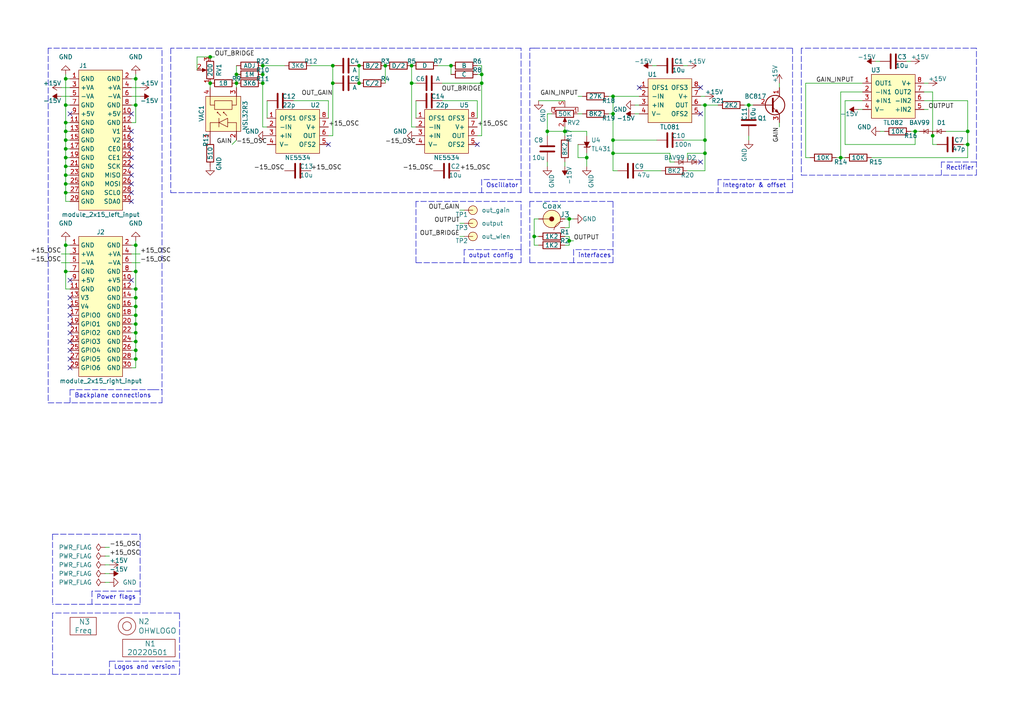
<source format=kicad_sch>
(kicad_sch (version 20211123) (generator eeschema)
  (paper "A4")
  (lib_symbols
    (symbol "Device:C" (pin_numbers hide) (pin_names (offset 0.254))
      (property "Reference" "C" (at 0.635 2.54 0))
      (property "Value" "C" (at 0.635 -2.54 0))
      (symbol "C_1_1"
        (pin passive line (at 0 3.81 270) (length 2.794) (name "~") (number "1"))
        (pin passive line (at 0 -3.81 90) (length 2.794) (name "~") (number "2"))
      )
    )
    (symbol "Device:Q_NPN_CBE" (pin_names (offset 0) hide)
      (property "Reference" "Q" (at 5.08 1.27 0))
      (property "Value" "Q_NPN_CBE" (at 5.08 -1.27 0))
      (symbol "Q_NPN_CBE_1_1"
        (pin passive line (at 2.54 5.08 270) (length 2.54) (name "C") (number "1"))
        (pin input line (at -5.08 0 0) (length 5.715) (name "B") (number "2"))
        (pin passive line (at 2.54 -5.08 90) (length 2.54) (name "E") (number "3"))
      )
    )
    (symbol "Device:R" (pin_numbers hide) (pin_names (offset 0))
      (property "Reference" "R" (at 2.032 0 90))
      (property "Value" "R" (at 0 0 90))
      (symbol "R_1_1"
        (pin passive line (at 0 3.81 270) (length 1.27) (name "~") (number "1"))
        (pin passive line (at 0 -3.81 90) (length 1.27) (name "~") (number "2"))
      )
    )
    (symbol "Device:R_Potentiometer" (pin_names (offset 1.016) hide)
      (property "Reference" "RV" (at -4.445 0 90))
      (property "Value" "R_Potentiometer" (at -2.54 0 90))
      (symbol "R_Potentiometer_1_1"
        (pin passive line (at 0 3.81 270) (length 1.27) (name "1") (number "1"))
        (pin passive line (at 3.81 0 180) (length 1.27) (name "2") (number "2"))
        (pin passive line (at 0 -3.81 90) (length 1.27) (name "3") (number "3"))
      )
    )
    (symbol "Reference_Voltage:TL431LP" (pin_numbers hide) (pin_names hide)
      (property "Reference" "U" (at -2.54 2.54 0))
      (property "Value" "TL431LP" (at 0 -2.54 0))
      (symbol "TL431LP_1_1"
        (pin passive line (at 0 2.54 270) (length 2.54) (name "REF") (number "1"))
        (pin passive line (at -2.54 0 0) (length 2.54) (name "A") (number "2"))
        (pin passive line (at 2.54 0 180) (length 2.54) (name "K") (number "3"))
      )
    )
    (symbol "SquantorConnectors:Coax_shielded" (pin_numbers hide) (pin_names (offset 1.016) hide)
      (property "Reference" "J" (at 0 3.81 0))
      (property "Value" "Coax_shielded" (at 0 -5.715 0))
      (symbol "Coax_shielded_1_1"
        (pin passive line (at -3.81 0 0) (length 1.27) (name "~") (number "1"))
        (pin passive line (at 3.81 0 180) (length 1.27) (name "~") (number "2"))
        (pin passive line (at 3.81 -2.54 180) (length 1.27) (name "~") (number "S"))
      )
    )
    (symbol "SquantorConnectorsNamed:module_2x15_left_input"
      (property "Reference" "J" (at 0 21.59 0))
      (property "Value" "module_2x15_left_input" (at 0 -21.59 0))
      (symbol "module_2x15_left_input_1_1"
        (pin power_in line (at -8.89 17.78 0) (length 2.54) (name "GND") (number "1"))
        (pin power_in line (at 8.89 7.62 180) (length 2.54) (name "+5V") (number "10"))
        (pin power_in line (at -8.89 5.08 0) (length 2.54) (name "GND") (number "11"))
        (pin power_in line (at 8.89 5.08 180) (length 2.54) (name "GND") (number "12"))
        (pin power_in line (at -8.89 2.54 0) (length 2.54) (name "GND") (number "13"))
        (pin power_in line (at 8.89 2.54 180) (length 2.54) (name "V1") (number "14"))
        (pin power_in line (at -8.89 0 0) (length 2.54) (name "GND") (number "15"))
        (pin power_in line (at 8.89 0 180) (length 2.54) (name "V2") (number "16"))
        (pin power_in line (at -8.89 -2.54 0) (length 2.54) (name "GND") (number "17"))
        (pin input line (at 8.89 -2.54 180) (length 2.54) (name "CE0") (number "18"))
        (pin power_in line (at -8.89 -5.08 0) (length 2.54) (name "GND") (number "19"))
        (pin power_in line (at 8.89 17.78 180) (length 2.54) (name "GND") (number "2"))
        (pin input line (at 8.89 -5.08 180) (length 2.54) (name "CE1") (number "20"))
        (pin power_in line (at -8.89 -7.62 0) (length 2.54) (name "GND") (number "21"))
        (pin input line (at 8.89 -7.62 180) (length 2.54) (name "SCK") (number "22"))
        (pin power_in line (at -8.89 -10.16 0) (length 2.54) (name "GND") (number "23"))
        (pin bidirectional line (at 8.89 -10.16 180) (length 2.54) (name "MISO") (number "24"))
        (pin power_in line (at -8.89 -12.7 0) (length 2.54) (name "GND") (number "25"))
        (pin input line (at 8.89 -12.7 180) (length 2.54) (name "MOSI") (number "26"))
        (pin power_in line (at -8.89 -15.24 0) (length 2.54) (name "GND") (number "27"))
        (pin bidirectional line (at 8.89 -15.24 180) (length 2.54) (name "SCL0") (number "28"))
        (pin power_in line (at -8.89 -17.78 0) (length 2.54) (name "GND") (number "29"))
        (pin power_in line (at -8.89 15.24 0) (length 2.54) (name "+VA") (number "3"))
        (pin bidirectional line (at 8.89 -17.78 180) (length 2.54) (name "SDA0") (number "30"))
        (pin power_in line (at 8.89 15.24 180) (length 2.54) (name "+VA") (number "4"))
        (pin power_in line (at -8.89 12.7 0) (length 2.54) (name "-VA") (number "5"))
        (pin power_in line (at 8.89 12.7 180) (length 2.54) (name "-VA") (number "6"))
        (pin power_in line (at -8.89 10.16 0) (length 2.54) (name "GND") (number "7"))
        (pin power_in line (at 8.89 10.16 180) (length 2.54) (name "GND") (number "8"))
        (pin power_in line (at -8.89 7.62 0) (length 2.54) (name "+5V") (number "9"))
      )
    )
    (symbol "SquantorConnectorsNamed:module_2x15_right_input"
      (property "Reference" "J" (at 0 19.05 0))
      (property "Value" "module_2x15_right_input" (at 0 -24.13 0))
      (symbol "module_2x15_right_input_1_1"
        (pin power_in line (at -8.89 15.24 0) (length 2.54) (name "GND") (number "1"))
        (pin power_in line (at 8.89 5.08 180) (length 2.54) (name "+V5") (number "10"))
        (pin power_in line (at -8.89 2.54 0) (length 2.54) (name "GND") (number "11"))
        (pin power_in line (at 8.89 2.54 180) (length 2.54) (name "GND") (number "12"))
        (pin power_in line (at -8.89 0 0) (length 2.54) (name "V3") (number "13"))
        (pin power_in line (at 8.89 0 180) (length 2.54) (name "GND") (number "14"))
        (pin power_in line (at -8.89 -2.54 0) (length 2.54) (name "V4") (number "15"))
        (pin power_in line (at 8.89 -2.54 180) (length 2.54) (name "GND") (number "16"))
        (pin bidirectional line (at -8.89 -5.08 0) (length 2.54) (name "GPIO0") (number "17"))
        (pin power_in line (at 8.89 -5.08 180) (length 2.54) (name "GND") (number "18"))
        (pin bidirectional line (at -8.89 -7.62 0) (length 2.54) (name "GPIO1") (number "19"))
        (pin power_in line (at 8.89 15.24 180) (length 2.54) (name "GND") (number "2"))
        (pin power_in line (at 8.89 -7.62 180) (length 2.54) (name "GND") (number "20"))
        (pin bidirectional line (at -8.89 -10.16 0) (length 2.54) (name "GPIO2") (number "21"))
        (pin power_in line (at 8.89 -10.16 180) (length 2.54) (name "GND") (number "22"))
        (pin bidirectional line (at -8.89 -12.7 0) (length 2.54) (name "GPIO3") (number "23"))
        (pin power_in line (at 8.89 -12.7 180) (length 2.54) (name "GND") (number "24"))
        (pin bidirectional line (at -8.89 -15.24 0) (length 2.54) (name "GPIO4") (number "25"))
        (pin power_in line (at 8.89 -15.24 180) (length 2.54) (name "GND") (number "26"))
        (pin bidirectional line (at -8.89 -17.78 0) (length 2.54) (name "GPIO5") (number "27"))
        (pin power_in line (at 8.89 -17.78 180) (length 2.54) (name "GND") (number "28"))
        (pin bidirectional line (at -8.89 -20.32 0) (length 2.54) (name "GPIO6") (number "29"))
        (pin power_in line (at -8.89 12.7 0) (length 2.54) (name "+VA") (number "3"))
        (pin power_in line (at 8.89 -20.32 180) (length 2.54) (name "GND") (number "30"))
        (pin power_in line (at 8.89 12.7 180) (length 2.54) (name "+VA") (number "4"))
        (pin power_in line (at -8.89 10.16 0) (length 2.54) (name "-VA") (number "5"))
        (pin power_in line (at 8.89 10.16 180) (length 2.54) (name "-VA") (number "6"))
        (pin power_in line (at -8.89 7.62 0) (length 2.54) (name "GND") (number "7"))
        (pin power_in line (at 8.89 7.62 180) (length 2.54) (name "GND") (number "8"))
        (pin power_in line (at -8.89 5.08 0) (length 2.54) (name "+5V") (number "9"))
      )
    )
    (symbol "SquantorDevice:D_series_ASK" (pin_numbers hide) (pin_names hide)
      (property "Reference" "D" (at 0 2.54 0))
      (property "Value" "D_series_ASK" (at 0 -3.175 0))
      (symbol "D_series_ASK_1_1"
        (pin passive line (at -3.81 0 0) (length 1.27) (name "A1") (number "1"))
        (pin passive line (at 3.81 0 180) (length 1.27) (name "K2") (number "2"))
        (pin passive line (at 0 -1.27 90) (length 1.27) (name "K1A2") (number "3"))
      )
    )
    (symbol "SquantorDevice:R_Potentiometer_shielded" (pin_names (offset 1.016) hide)
      (property "Reference" "RV" (at -4.445 0 90))
      (property "Value" "R_Potentiometer_shielded" (at 0 0 90))
      (symbol "R_Potentiometer_shielded_1_1"
        (pin passive line (at 0 3.81 270) (length 1.27) (name "1") (number "1"))
        (pin passive line (at 3.81 0 180) (length 1.27) (name "2") (number "2"))
        (pin passive line (at 0 -3.81 90) (length 1.27) (name "3") (number "3"))
        (pin passive line (at -3.81 0 0) (length 1.27) (name "shield") (number "S"))
      )
    )
    (symbol "SquantorDevice:Vactrol" (pin_names hide)
      (property "Reference" "VAC" (at 0 8.89 0))
      (property "Value" "Vactrol" (at 0 -8.89 0))
      (symbol "Vactrol_1_1"
        (pin passive line (at -7.62 3.81 0) (length 2.54) (name "C") (number "1"))
        (pin passive line (at -7.62 -3.81 0) (length 2.54) (name "A") (number "2"))
        (pin passive line (at 7.62 -3.81 180) (length 2.54) (name "R") (number "3"))
        (pin passive line (at 7.62 3.81 180) (length 2.54) (name "R") (number "4"))
      )
    )
    (symbol "SquantorGenericAnalog:opamp_dual_8pin" (pin_names (offset 1.016))
      (property "Reference" "U" (at 0 7.62 0))
      (property "Value" "opamp_dual_8pin" (at 0 -7.62 0))
      (symbol "opamp_dual_8pin_1_1"
        (pin output line (at -8.89 3.81 0) (length 2.54) (name "OUT1") (number "1"))
        (pin input line (at -8.89 1.27 0) (length 2.54) (name "-IN1") (number "2"))
        (pin input line (at -8.89 -1.27 0) (length 2.54) (name "+IN1") (number "3"))
        (pin power_in line (at -8.89 -3.81 0) (length 2.54) (name "V-") (number "4"))
        (pin input line (at 8.89 -3.81 180) (length 2.54) (name "+IN2") (number "5"))
        (pin input line (at 8.89 -1.27 180) (length 2.54) (name "-IN2") (number "6"))
        (pin output line (at 8.89 1.27 180) (length 2.54) (name "OUT2") (number "7"))
        (pin power_in line (at 8.89 3.81 180) (length 2.54) (name "V+") (number "8"))
      )
    )
    (symbol "SquantorGenericAnalog:opamp_single_8pin" (pin_names (offset 1.016))
      (property "Reference" "U" (at 0 7.62 0))
      (property "Value" "opamp_single_8pin" (at 0 -7.62 0))
      (symbol "opamp_single_8pin_1_1"
        (pin input line (at -8.89 3.81 0) (length 2.54) (name "OFS1") (number "1"))
        (pin input line (at -8.89 1.27 0) (length 2.54) (name "-IN") (number "2"))
        (pin input line (at -8.89 -1.27 0) (length 2.54) (name "+IN") (number "3"))
        (pin power_in line (at -8.89 -3.81 0) (length 2.54) (name "V-") (number "4"))
        (pin input line (at 8.89 -3.81 180) (length 2.54) (name "OFS2") (number "5"))
        (pin output line (at 8.89 -1.27 180) (length 2.54) (name "OUT") (number "6"))
        (pin power_in line (at 8.89 1.27 180) (length 2.54) (name "V+") (number "7"))
        (pin input line (at 8.89 3.81 180) (length 2.54) (name "OFS3") (number "8"))
      )
    )
    (symbol "SquantorLabels:Label" (pin_names (offset 1.016))
      (property "Reference" "N" (at 0 1.27 0))
      (property "Value" "Label" (at 0 -1.27 0))
    )
    (symbol "SquantorLabels:OHWLOGO" (pin_names (offset 1.016))
      (property "Reference" "N" (at 0 3.81 0))
      (property "Value" "OHWLOGO" (at 0 -3.81 0))
    )
    (symbol "SquantorLabels:VYYYYMMDD" (pin_names (offset 1.016))
      (property "Reference" "N" (at 0 2.54 0))
      (property "Value" "VYYYYMMDD" (at 0 0 0))
    )
    (symbol "SquantorProto:testpad" (pin_numbers hide) (pin_names (offset 1.016) hide)
      (property "Reference" "TP" (at 0 2.54 0))
      (property "Value" "testpad" (at 0 -2.54 0))
      (symbol "testpad_1_1"
        (pin passive line (at -2.54 0 0) (length 2.54) (name "1") (number "1"))
      )
    )
    (symbol "power:+15V" (power) (pin_names (offset 0))
      (property "Value" "+15V" (at 0 3.556 0))
      (symbol "+15V_1_1"
        (pin power_in line (at 0 0 90) (length 0) hide (name "+15V") (number "1"))
      )
    )
    (symbol "power:-15V" (power) (pin_names (offset 0))
      (property "Value" "-15V" (at 0 3.81 0))
      (symbol "-15V_0_0"
        (pin power_in line (at 0 0 90) (length 0) hide (name "-15V") (number "1"))
      )
    )
    (symbol "power:GND" (power) (pin_names (offset 0))
      (property "Value" "GND" (at 0 -3.81 0))
      (symbol "GND_1_1"
        (pin power_in line (at 0 0 270) (length 0) hide (name "GND") (number "1"))
      )
    )
    (symbol "power:PWR_FLAG" (power) (pin_numbers hide) (pin_names (offset 0) hide)
      (property "Value" "PWR_FLAG" (at 0 3.81 0))
      (symbol "PWR_FLAG_0_0"
        (pin power_out line (at 0 0 90) (length 0) (name "pwr") (number "1"))
      )
    )
  )
  (junction (at 96.52 19.05))
  (junction (at 19.05 71.12))
  (junction (at 19.05 38.1))
  (junction (at 280.67 41.91))
  (junction (at 39.37 101.6))
  (junction (at 104.14 24.13))
  (junction (at 76.2 19.05))
  (junction (at 19.05 48.26))
  (junction (at 139.7 21.59))
  (junction (at 19.05 55.88))
  (junction (at 177.8 44.45))
  (junction (at 177.8 27.94))
  (junction (at 39.37 91.44))
  (junction (at 39.37 22.86))
  (junction (at 265.43 38.1))
  (junction (at 19.05 35.56))
  (junction (at 39.37 88.9))
  (junction (at 158.75 38.1))
  (junction (at 280.67 38.1))
  (junction (at 177.8 40.64))
  (junction (at 19.05 40.64))
  (junction (at 111.76 19.05))
  (junction (at 39.37 104.14))
  (junction (at 68.58 21.59))
  (junction (at 154.94 68.58))
  (junction (at 96.52 24.13))
  (junction (at 19.05 53.34))
  (junction (at 119.38 24.13))
  (junction (at 19.05 78.74))
  (junction (at 76.2 24.13))
  (junction (at 39.37 96.52))
  (junction (at 39.37 86.36))
  (junction (at 170.18 45.72))
  (junction (at 139.7 24.13))
  (junction (at 217.17 30.48))
  (junction (at 204.47 44.45))
  (junction (at 165.1 63.5))
  (junction (at 243.84 45.72))
  (junction (at 177.8 33.02))
  (junction (at 163.83 38.1))
  (junction (at 19.05 50.8))
  (junction (at 270.51 39.37))
  (junction (at 119.38 19.05))
  (junction (at 39.37 30.48))
  (junction (at 204.47 40.64))
  (junction (at 104.14 19.05))
  (junction (at 19.05 43.18))
  (junction (at 204.47 30.48))
  (junction (at 19.05 30.48))
  (junction (at 19.05 45.72))
  (junction (at 39.37 71.12))
  (junction (at 68.58 24.13))
  (junction (at 130.81 19.05))
  (junction (at 39.37 99.06))
  (junction (at 19.05 22.86))
  (junction (at 39.37 93.98))
  (junction (at 165.1 69.85))
  (junction (at 60.96 24.13))
  (junction (at 60.96 16.51))
  (junction (at 39.37 78.74))
  (junction (at 76.2 21.59))
  (junction (at 39.37 83.82))
  (no_connect (at 203.2 33.02))
  (no_connect (at 138.43 41.91))
  (no_connect (at 203.2 25.4))
  (no_connect (at 20.32 104.14))
  (no_connect (at 38.1 40.64))
  (no_connect (at 38.1 33.02))
  (no_connect (at 185.42 25.4))
  (no_connect (at 20.32 81.28))
  (no_connect (at 38.1 48.26))
  (no_connect (at 20.32 96.52))
  (no_connect (at 38.1 58.42))
  (no_connect (at 38.1 38.1))
  (no_connect (at 20.32 93.98))
  (no_connect (at 38.1 50.8))
  (no_connect (at 20.32 86.36))
  (no_connect (at 20.32 88.9))
  (no_connect (at 95.25 41.91))
  (no_connect (at 38.1 45.72))
  (no_connect (at 203.2 46.99))
  (no_connect (at 20.32 91.44))
  (no_connect (at 38.1 53.34))
  (no_connect (at 20.32 33.02))
  (no_connect (at 38.1 81.28))
  (no_connect (at 20.32 99.06))
  (no_connect (at 20.32 101.6))
  (no_connect (at 20.32 106.68))
  (no_connect (at 38.1 55.88))
  (no_connect (at 38.1 43.18))
  (wire (pts (xy 264.16 38.1) (xy 265.43 38.1)))
  (polyline (pts (xy 20.32 113.03) (xy 20.32 116.84)))
  (wire (pts (xy 265.43 38.1) (xy 266.7 38.1)))
  (wire (pts (xy 19.05 53.34) (xy 19.05 55.88)))
  (wire (pts (xy 30.48 161.29) (xy 31.75 161.29)))
  (wire (pts (xy 119.38 19.05) (xy 119.38 24.13)))
  (wire (pts (xy 139.7 21.59) (xy 139.7 24.13)))
  (polyline (pts (xy 229.87 55.88) (xy 153.67 55.88)))
  (wire (pts (xy 19.05 35.56) (xy 19.05 38.1)))
  (wire (pts (xy 19.05 45.72) (xy 20.32 45.72)))
  (wire (pts (xy 19.05 30.48) (xy 20.32 30.48)))
  (wire (pts (xy 111.76 19.05) (xy 111.76 24.13)))
  (wire (pts (xy 204.47 40.64) (xy 198.12 40.64)))
  (wire (pts (xy 77.47 36.83) (xy 76.2 36.83)))
  (polyline (pts (xy 31.75 191.77) (xy 31.75 195.58)))
  (wire (pts (xy 17.78 73.66) (xy 20.32 73.66)))
  (wire (pts (xy 177.8 33.02) (xy 177.8 40.64)))
  (wire (pts (xy 19.05 43.18) (xy 20.32 43.18)))
  (wire (pts (xy 254 17.78) (xy 255.27 17.78)))
  (wire (pts (xy 245.11 29.21) (xy 250.19 29.21)))
  (wire (pts (xy 76.2 24.13) (xy 76.2 21.59)))
  (wire (pts (xy 30.48 158.75) (xy 31.75 158.75)))
  (polyline (pts (xy 151.13 58.42) (xy 120.65 58.42)))
  (wire (pts (xy 189.23 19.05) (xy 190.5 19.05)))
  (wire (pts (xy 19.05 55.88) (xy 20.32 55.88)))
  (wire (pts (xy 19.05 22.86) (xy 19.05 30.48)))
  (wire (pts (xy 248.92 31.75) (xy 250.19 31.75)))
  (wire (pts (xy 274.32 38.1) (xy 280.67 38.1)))
  (wire (pts (xy 158.75 33.02) (xy 158.75 38.1)))
  (polyline (pts (xy 166.37 72.39) (xy 166.37 76.2)))
  (polyline (pts (xy 120.65 58.42) (xy 120.65 76.2)))
  (polyline (pts (xy 151.13 55.88) (xy 151.13 13.97)))
  (wire (pts (xy 170.18 39.37) (xy 170.18 38.1)))
  (wire (pts (xy 186.69 49.53) (xy 191.77 49.53)))
  (wire (pts (xy 39.37 71.12) (xy 39.37 69.85)))
  (wire (pts (xy 165.1 66.04) (xy 165.1 63.5)))
  (wire (pts (xy 19.05 45.72) (xy 19.05 48.26)))
  (wire (pts (xy 39.37 88.9) (xy 39.37 86.36)))
  (wire (pts (xy 267.97 24.13) (xy 269.24 24.13)))
  (wire (pts (xy 165.1 69.85) (xy 165.1 71.12)))
  (wire (pts (xy 60.96 24.13) (xy 60.96 25.4)))
  (polyline (pts (xy 15.24 177.8) (xy 15.24 195.58)))
  (wire (pts (xy 90.17 19.05) (xy 96.52 19.05)))
  (wire (pts (xy 38.1 27.94) (xy 40.64 27.94)))
  (wire (pts (xy 160.02 33.02) (xy 158.75 33.02)))
  (polyline (pts (xy 15.24 154.94) (xy 15.24 175.26)))
  (wire (pts (xy 255.27 38.1) (xy 256.54 38.1)))
  (polyline (pts (xy 52.07 177.8) (xy 15.24 177.8)))
  (wire (pts (xy 170.18 45.72) (xy 167.64 45.72)))
  (wire (pts (xy 134.62 64.77) (xy 133.35 64.77)))
  (wire (pts (xy 119.38 24.13) (xy 119.38 36.83)))
  (wire (pts (xy 217.17 30.48) (xy 217.17 31.75)))
  (wire (pts (xy 163.83 46.99) (xy 163.83 48.26)))
  (wire (pts (xy 19.05 21.59) (xy 19.05 22.86)))
  (wire (pts (xy 133.35 68.58) (xy 134.62 68.58)))
  (polyline (pts (xy 49.53 13.97) (xy 49.53 55.88)))
  (wire (pts (xy 203.2 30.48) (xy 204.47 30.48)))
  (wire (pts (xy 39.37 91.44) (xy 39.37 88.9)))
  (wire (pts (xy 138.43 21.59) (xy 139.7 21.59)))
  (wire (pts (xy 57.15 20.32) (xy 57.15 16.51)))
  (wire (pts (xy 250.19 24.13) (xy 233.68 24.13)))
  (wire (pts (xy 163.83 38.1) (xy 170.18 38.1)))
  (wire (pts (xy 199.39 44.45) (xy 199.39 45.72)))
  (wire (pts (xy 267.97 31.75) (xy 269.24 31.75)))
  (wire (pts (xy 250.19 26.67) (xy 243.84 26.67)))
  (wire (pts (xy 96.52 24.13) (xy 96.52 19.05)))
  (wire (pts (xy 184.15 33.02) (xy 185.42 33.02)))
  (wire (pts (xy 167.64 33.02) (xy 168.91 33.02)))
  (wire (pts (xy 233.68 45.72) (xy 234.95 45.72)))
  (wire (pts (xy 195.58 46.99) (xy 194.31 46.99)))
  (wire (pts (xy 163.83 71.12) (xy 165.1 71.12)))
  (wire (pts (xy 77.47 29.21) (xy 77.47 34.29)))
  (polyline (pts (xy 283.21 13.97) (xy 232.41 13.97)))
  (polyline (pts (xy 46.99 116.84) (xy 46.99 13.97)))
  (wire (pts (xy 68.58 24.13) (xy 68.58 25.4)))
  (wire (pts (xy 76.2 19.05) (xy 82.55 19.05)))
  (polyline (pts (xy 283.21 46.99) (xy 273.05 46.99)))
  (wire (pts (xy 19.05 38.1) (xy 19.05 40.64)))
  (wire (pts (xy 104.14 24.13) (xy 104.14 19.05)))
  (wire (pts (xy 218.44 30.48) (xy 217.17 30.48)))
  (wire (pts (xy 128.27 24.13) (xy 139.7 24.13)))
  (wire (pts (xy 170.18 44.45) (xy 170.18 45.72)))
  (wire (pts (xy 17.78 27.94) (xy 20.32 27.94)))
  (wire (pts (xy 39.37 22.86) (xy 38.1 22.86)))
  (wire (pts (xy 204.47 40.64) (xy 204.47 44.45)))
  (polyline (pts (xy 151.13 13.97) (xy 49.53 13.97)))
  (wire (pts (xy 19.05 50.8) (xy 19.05 53.34)))
  (wire (pts (xy 262.89 17.78) (xy 264.16 17.78)))
  (polyline (pts (xy 151.13 72.39) (xy 134.62 72.39)))
  (wire (pts (xy 69.85 21.59) (xy 68.58 21.59)))
  (wire (pts (xy 39.37 35.56) (xy 38.1 35.56)))
  (wire (pts (xy 177.8 44.45) (xy 177.8 40.64)))
  (wire (pts (xy 39.37 106.68) (xy 39.37 104.14)))
  (wire (pts (xy 177.8 27.94) (xy 177.8 33.02)))
  (wire (pts (xy 177.8 49.53) (xy 177.8 44.45)))
  (wire (pts (xy 165.1 69.85) (xy 165.1 68.58)))
  (wire (pts (xy 170.18 45.72) (xy 170.18 48.26)))
  (wire (pts (xy 17.78 76.2) (xy 20.32 76.2)))
  (polyline (pts (xy 229.87 52.07) (xy 208.28 52.07)))
  (polyline (pts (xy 154.94 13.97) (xy 229.87 13.97)))
  (wire (pts (xy 243.84 26.67) (xy 243.84 45.72)))
  (wire (pts (xy 204.47 49.53) (xy 199.39 49.53)))
  (polyline (pts (xy 153.67 76.2) (xy 177.8 76.2)))
  (polyline (pts (xy 13.97 116.84) (xy 46.99 116.84)))
  (wire (pts (xy 176.53 33.02) (xy 177.8 33.02)))
  (wire (pts (xy 19.05 43.18) (xy 19.05 45.72)))
  (polyline (pts (xy 139.7 52.07) (xy 139.7 55.88)))
  (wire (pts (xy 280.67 41.91) (xy 280.67 45.72)))
  (wire (pts (xy 30.48 168.91) (xy 31.75 168.91)))
  (wire (pts (xy 204.47 30.48) (xy 208.28 30.48)))
  (wire (pts (xy 39.37 30.48) (xy 39.37 35.56)))
  (wire (pts (xy 19.05 38.1) (xy 20.32 38.1)))
  (polyline (pts (xy 15.24 154.94) (xy 40.64 154.94)))
  (wire (pts (xy 154.94 71.12) (xy 156.21 71.12)))
  (wire (pts (xy 38.1 106.68) (xy 39.37 106.68)))
  (wire (pts (xy 19.05 58.42) (xy 20.32 58.42)))
  (wire (pts (xy 38.1 104.14) (xy 39.37 104.14)))
  (wire (pts (xy 19.05 71.12) (xy 19.05 69.85)))
  (polyline (pts (xy 153.67 58.42) (xy 153.67 76.2)))
  (wire (pts (xy 38.1 86.36) (xy 39.37 86.36)))
  (wire (pts (xy 38.1 73.66) (xy 40.64 73.66)))
  (wire (pts (xy 267.97 29.21) (xy 280.67 29.21)))
  (polyline (pts (xy 151.13 72.39) (xy 151.13 76.2)))
  (wire (pts (xy 119.38 36.83) (xy 120.65 36.83)))
  (wire (pts (xy 76.2 21.59) (xy 76.2 19.05)))
  (wire (pts (xy 39.37 21.59) (xy 39.37 22.86)))
  (polyline (pts (xy 40.64 154.94) (xy 40.64 175.26)))
  (wire (pts (xy 19.05 48.26) (xy 19.05 50.8)))
  (polyline (pts (xy 40.64 175.26) (xy 15.24 175.26)))
  (wire (pts (xy 167.64 45.72) (xy 167.64 41.91)))
  (wire (pts (xy 19.05 35.56) (xy 20.32 35.56)))
  (wire (pts (xy 96.52 24.13) (xy 96.52 39.37)))
  (wire (pts (xy 19.05 48.26) (xy 20.32 48.26)))
  (wire (pts (xy 95.25 39.37) (xy 96.52 39.37)))
  (wire (pts (xy 184.15 30.48) (xy 185.42 30.48)))
  (polyline (pts (xy 177.8 58.42) (xy 153.67 58.42)))
  (wire (pts (xy 138.43 29.21) (xy 138.43 34.29)))
  (polyline (pts (xy 44.45 113.03) (xy 46.99 113.03)))
  (wire (pts (xy 163.83 38.1) (xy 163.83 39.37)))
  (wire (pts (xy 19.05 50.8) (xy 20.32 50.8)))
  (wire (pts (xy 19.05 30.48) (xy 19.05 35.56)))
  (wire (pts (xy 270.51 26.67) (xy 270.51 39.37)))
  (polyline (pts (xy 153.67 55.88) (xy 153.67 13.97)))
  (wire (pts (xy 154.94 63.5) (xy 154.94 68.58)))
  (wire (pts (xy 265.43 38.1) (xy 265.43 41.91)))
  (wire (pts (xy 39.37 101.6) (xy 39.37 99.06)))
  (wire (pts (xy 280.67 29.21) (xy 280.67 38.1)))
  (wire (pts (xy 139.7 39.37) (xy 139.7 24.13)))
  (polyline (pts (xy 151.13 72.39) (xy 151.13 58.42)))
  (wire (pts (xy 17.78 25.4) (xy 20.32 25.4)))
  (polyline (pts (xy 134.62 72.39) (xy 134.62 76.2)))
  (polyline (pts (xy 208.28 52.07) (xy 208.28 55.88)))
  (polyline (pts (xy 40.64 171.45) (xy 26.67 171.45)))
  (polyline (pts (xy 44.45 113.03) (xy 20.32 113.03)))
  (wire (pts (xy 38.1 83.82) (xy 39.37 83.82)))
  (wire (pts (xy 166.37 69.85) (xy 165.1 69.85)))
  (wire (pts (xy 138.43 39.37) (xy 139.7 39.37)))
  (wire (pts (xy 165.1 63.5) (xy 166.37 63.5)))
  (wire (pts (xy 19.05 53.34) (xy 20.32 53.34)))
  (wire (pts (xy 39.37 78.74) (xy 39.37 71.12)))
  (wire (pts (xy 204.47 30.48) (xy 204.47 40.64)))
  (wire (pts (xy 203.2 27.94) (xy 204.47 27.94)))
  (wire (pts (xy 38.1 96.52) (xy 39.37 96.52)))
  (polyline (pts (xy 177.8 76.2) (xy 177.8 58.42)))
  (wire (pts (xy 217.17 39.37) (xy 217.17 40.64)))
  (wire (pts (xy 120.65 29.21) (xy 120.65 34.29)))
  (polyline (pts (xy 177.8 72.39) (xy 166.37 72.39)))
  (wire (pts (xy 233.68 24.13) (xy 233.68 45.72)))
  (wire (pts (xy 133.35 60.96) (xy 134.62 60.96)))
  (wire (pts (xy 76.2 24.13) (xy 76.2 36.83)))
  (wire (pts (xy 19.05 40.64) (xy 19.05 43.18)))
  (wire (pts (xy 68.58 40.64) (xy 67.31 41.91)))
  (wire (pts (xy 128.27 29.21) (xy 138.43 29.21)))
  (wire (pts (xy 39.37 30.48) (xy 38.1 30.48)))
  (wire (pts (xy 204.47 44.45) (xy 199.39 44.45)))
  (wire (pts (xy 226.06 24.13) (xy 226.06 25.4)))
  (wire (pts (xy 242.57 45.72) (xy 243.84 45.72)))
  (wire (pts (xy 138.43 19.05) (xy 139.7 19.05)))
  (wire (pts (xy 177.8 27.94) (xy 185.42 27.94)))
  (wire (pts (xy 30.48 166.37) (xy 31.75 166.37)))
  (wire (pts (xy 158.75 38.1) (xy 158.75 39.37)))
  (wire (pts (xy 39.37 99.06) (xy 39.37 96.52)))
  (wire (pts (xy 194.31 46.99) (xy 194.31 44.45)))
  (wire (pts (xy 243.84 45.72) (xy 245.11 45.72)))
  (wire (pts (xy 154.94 68.58) (xy 156.21 68.58)))
  (polyline (pts (xy 52.07 195.58) (xy 52.07 177.8)))
  (wire (pts (xy 38.1 76.2) (xy 40.64 76.2)))
  (wire (pts (xy 252.73 45.72) (xy 280.67 45.72)))
  (wire (pts (xy 39.37 86.36) (xy 39.37 83.82)))
  (polyline (pts (xy 153.67 13.97) (xy 154.94 13.97)))
  (polyline (pts (xy 15.24 195.58) (xy 52.07 195.58)))
  (wire (pts (xy 270.51 39.37) (xy 270.51 41.91)))
  (wire (pts (xy 39.37 93.98) (xy 39.37 91.44)))
  (wire (pts (xy 163.83 66.04) (xy 165.1 66.04)))
  (wire (pts (xy 38.1 78.74) (xy 39.37 78.74)))
  (polyline (pts (xy 13.97 13.97) (xy 13.97 116.84)))
  (polyline (pts (xy 283.21 50.8) (xy 283.21 13.97)))
  (polyline (pts (xy 232.41 13.97) (xy 232.41 50.8)))
  (polyline (pts (xy 26.67 171.45) (xy 26.67 175.26)))
  (wire (pts (xy 270.51 41.91) (xy 271.78 41.91)))
  (wire (pts (xy 179.07 49.53) (xy 177.8 49.53)))
  (wire (pts (xy 267.97 26.67) (xy 270.51 26.67)))
  (wire (pts (xy 38.1 71.12) (xy 39.37 71.12)))
  (wire (pts (xy 165.1 68.58) (xy 163.83 68.58)))
  (wire (pts (xy 217.17 30.48) (xy 215.9 30.48)))
  (wire (pts (xy 39.37 96.52) (xy 39.37 93.98)))
  (wire (pts (xy 30.48 163.83) (xy 31.75 163.83)))
  (wire (pts (xy 139.7 19.05) (xy 139.7 21.59)))
  (wire (pts (xy 163.83 36.83) (xy 163.83 38.1)))
  (wire (pts (xy 39.37 22.86) (xy 39.37 30.48)))
  (wire (pts (xy 194.31 44.45) (xy 177.8 44.45)))
  (wire (pts (xy 39.37 83.82) (xy 39.37 78.74)))
  (polyline (pts (xy 49.53 55.88) (xy 151.13 55.88)))
  (wire (pts (xy 265.43 41.91) (xy 245.11 41.91)))
  (wire (pts (xy 38.1 91.44) (xy 39.37 91.44)))
  (wire (pts (xy 119.38 24.13) (xy 120.65 24.13)))
  (wire (pts (xy 19.05 83.82) (xy 19.05 78.74)))
  (wire (pts (xy 39.37 104.14) (xy 39.37 101.6)))
  (wire (pts (xy 163.83 63.5) (xy 165.1 63.5)))
  (polyline (pts (xy 273.05 46.99) (xy 273.05 50.8)))
  (wire (pts (xy 38.1 88.9) (xy 39.37 88.9)))
  (wire (pts (xy 19.05 55.88) (xy 19.05 58.42)))
  (wire (pts (xy 60.96 16.51) (xy 62.23 16.51)))
  (polyline (pts (xy 151.13 52.07) (xy 139.7 52.07)))
  (wire (pts (xy 19.05 78.74) (xy 19.05 71.12)))
  (wire (pts (xy 156.21 29.21) (xy 163.83 29.21)))
  (wire (pts (xy 127 19.05) (xy 130.81 19.05)))
  (wire (pts (xy 130.81 21.59) (xy 130.81 19.05)))
  (wire (pts (xy 198.12 19.05) (xy 199.39 19.05)))
  (wire (pts (xy 20.32 78.74) (xy 19.05 78.74)))
  (wire (pts (xy 38.1 101.6) (xy 39.37 101.6)))
  (wire (pts (xy 245.11 41.91) (xy 245.11 29.21)))
  (wire (pts (xy 38.1 93.98) (xy 39.37 93.98)))
  (wire (pts (xy 19.05 22.86) (xy 20.32 22.86)))
  (wire (pts (xy 95.25 29.21) (xy 95.25 34.29)))
  (wire (pts (xy 68.58 21.59) (xy 68.58 24.13)))
  (wire (pts (xy 156.21 63.5) (xy 154.94 63.5)))
  (wire (pts (xy 158.75 46.99) (xy 158.75 48.26)))
  (polyline (pts (xy 120.65 76.2) (xy 151.13 76.2)))
  (wire (pts (xy 20.32 83.82) (xy 19.05 83.82)))
  (polyline (pts (xy 229.87 13.97) (xy 229.87 55.88)))
  (polyline (pts (xy 232.41 50.8) (xy 283.21 50.8)))
  (wire (pts (xy 57.15 16.51) (xy 60.96 16.51)))
  (wire (pts (xy 38.1 99.06) (xy 39.37 99.06)))
  (wire (pts (xy 279.4 41.91) (xy 280.67 41.91)))
  (wire (pts (xy 20.32 71.12) (xy 19.05 71.12)))
  (wire (pts (xy 226.06 35.56) (xy 226.06 36.83)))
  (wire (pts (xy 19.05 40.64) (xy 20.32 40.64)))
  (wire (pts (xy 204.47 44.45) (xy 204.47 49.53)))
  (wire (pts (xy 176.53 27.94) (xy 177.8 27.94)))
  (wire (pts (xy 280.67 38.1) (xy 280.67 41.91)))
  (polyline (pts (xy 31.75 191.77) (xy 52.07 191.77)))
  (wire (pts (xy 38.1 25.4) (xy 40.64 25.4)))
  (polyline (pts (xy 46.99 13.97) (xy 13.97 13.97)))
  (wire (pts (xy 190.5 40.64) (xy 177.8 40.64)))
  (wire (pts (xy 154.94 68.58) (xy 154.94 71.12)))
  (wire (pts (xy 167.64 27.94) (xy 168.91 27.94)))
  (wire (pts (xy 85.09 29.21) (xy 95.25 29.21)))
  (wire (pts (xy 158.75 38.1) (xy 163.83 38.1)))
  (wire (pts (xy 68.58 19.05) (xy 68.58 21.59)))
  (text "Backplane connections" (at 21.59 115.57 0) (effects (font (size 1.27 1.27)) (justify left bottom)))
  (text "Oscillator" (at 140.97 54.61 0) (effects (font (size 1.27 1.27)) (justify left bottom)))
  (text "Logos and version" (at 33.02 194.31 0) (effects (font (size 1.27 1.27)) (justify left bottom)))
  (text "interfaces" (at 167.64 74.93 0) (effects (font (size 1.27 1.27)) (justify left bottom)))
  (text "output config" (at 135.89 74.93 0) (effects (font (size 1.27 1.27)) (justify left bottom)))
  (text "Power flags" (at 27.94 173.99 0) (effects (font (size 1.27 1.27)) (justify left bottom)))
  (text "Integrator & offset" (at 209.55 54.61 0) (effects (font (size 1.27 1.27)) (justify left bottom)))
  (text "Rectifier" (at 274.32 49.53 0) (effects (font (size 1.27 1.27)) (justify left bottom)))
  (label "+15_OSC" (at 31.75 161.29 0))
  (label "-15_OSC" (at 82.55 49.53 180))
  (label "GAIN" (at 226.06 36.83 270))
  (label "-15_OSC" (at 31.75 158.75 0))
  (label "+15_OSC" (at 17.78 73.66 180))
  (label "OUT_GAIN" (at 96.52 27.94 180))
  (label "OUT_BRIDGE" (at 62.23 16.51 0))
  (label "-15_OSC" (at 17.78 76.2 180))
  (label "-15_OSC" (at 120.65 41.91 180))
  (label "OUT_BRIDGE" (at 133.35 68.58 180))
  (label "OUTPUT" (at 269.24 31.75 0))
  (label "+15_OSC" (at 95.25 36.83 0))
  (label "OUT_BRIDGE" (at 139.7 26.67 180))
  (label "-15_OSC" (at 77.47 41.91 180))
  (label "+15_OSC" (at 90.17 49.53 0))
  (label "-15_OSC" (at 40.64 76.2 0))
  (label "+15_OSC" (at 40.64 73.66 0))
  (label "OUTPUT" (at 166.37 69.85 0))
  (label "GAIN_INPUT" (at 247.65 24.13 180))
  (label "OUT_GAIN" (at 133.35 60.96 180))
  (label "+15_OSC" (at 133.35 49.53 0))
  (label "-15_OSC" (at 125.73 49.53 180))
  (label "+15_OSC" (at 138.43 36.83 0))
  (label "GAIN_INPUT" (at 167.64 27.94 180))
  (label "GAIN" (at 67.31 41.91 180))
  (label "OUTPUT" (at 133.35 64.77 180))
  (symbol (lib_id "SquantorLabels:VYYYYMMDD") (at 43.18 189.23 0) (unit 1)
    (property "Reference" "N1" (at 41.91 186.69 0) (effects (font (size 1.524 1.524)) (justify left)))
    (property "Value" "20220501" (at 36.83 189.23 0) (effects (font (size 1.524 1.524)) (justify left)))
    (property "Footprint" "SquantorLabels:Label_Generic" (effects hide))
  )
  (symbol (lib_id "SquantorLabels:OHWLOGO") (at 36.83 181.61 0) (unit 1)
    (property "Reference" "N2" (at 40.0812 180.2638 0) (effects (font (size 1.524 1.524)) (justify left)))
    (property "Value" "OHWLOGO" (at 40.0812 182.9562 0) (effects (font (size 1.524 1.524)) (justify left)))
    (property "Footprint" "Symbol:OSHW-Symbol_6.7x6mm_SilkScreen" (effects hide))
  )
  (symbol (lib_id "Device:R") (at 72.39 21.59 90) (unit 1)
    (property "Reference" "R10" (at 76.2 20.32 90))
    (property "Value" "1M" (at 72.39 21.59 90))
    (property "Footprint" "SquantorRcl:R_0805+0603" (effects hide))
  )
  (symbol (lib_id "Device:C") (at 81.28 29.21 90) (unit 1)
    (property "Reference" "C12" (at 83.82 27.94 90))
    (property "Value" "22p" (at 83.82 30.48 90))
    (property "Footprint" "SquantorRcl:C_0805+0603" (effects hide))
  )
  (symbol (lib_id "power:-15V") (at 248.92 31.75 90) (unit 1)
    (property "Reference" "#PWR017" (effects hide))
    (property "Value" "-15V" (at 248.92 33.02 90) (effects (justify left)))
  )
  (symbol (lib_id "Device:R") (at 160.02 71.12 90) (unit 1)
    (property "Reference" "R2" (at 163.83 69.85 90))
    (property "Value" "1K2" (at 160.02 71.12 90))
    (property "Footprint" "SquantorRcl:R_0603_hand" (effects hide))
  )
  (symbol (lib_id "Device:C") (at 182.88 49.53 90) (unit 1)
    (property "Reference" "C9" (at 185.42 48.26 90))
    (property "Value" "47u" (at 186.69 50.8 90))
    (property "Footprint" "SquantorRcl:C-050-030X100-film" (effects hide))
  )
  (symbol (lib_id "power:GND") (at 255.27 38.1 270) (unit 1)
    (property "Reference" "#PWR0109" (effects hide))
    (property "Value" "GND" (at 252.73 36.83 90) (effects (justify right)))
  )
  (symbol (lib_id "Device:C") (at 124.46 24.13 90) (unit 1)
    (property "Reference" "C6" (at 121.92 22.86 90))
    (property "Value" "A" (at 127 22.86 90))
    (property "Footprint" "SquantorRcl:C-025_050-050X100-0805-3516-film" (effects hide))
  )
  (symbol (lib_id "power:GND") (at 77.47 39.37 270) (unit 1)
    (property "Reference" "#PWR0107" (effects hide))
    (property "Value" "GND" (at 71.12 38.1 90) (effects (justify left)))
  )
  (symbol (lib_id "power:+15V") (at 31.75 163.83 270) (mirror x) (unit 1)
    (property "Reference" "#PWR0111" (effects hide))
    (property "Value" "+15V" (at 31.75 162.56 90) (effects (justify left)))
  )
  (symbol (lib_id "power:PWR_FLAG") (at 30.48 163.83 90) (unit 1)
    (property "Reference" "#FLG0101" (effects hide))
    (property "Value" "PWR_FLAG" (at 26.67 163.8299 90) (effects (justify left)))
  )
  (symbol (lib_id "power:-15V") (at 17.78 27.94 90) (mirror x) (unit 1)
    (property "Reference" "#PWR04" (effects hide))
    (property "Value" "-15V" (at 17.78 29.21 90) (effects (justify left)))
  )
  (symbol (lib_id "Device:R") (at 72.39 19.05 90) (unit 1)
    (property "Reference" "R22" (at 76.2 17.78 90))
    (property "Value" "ADJ" (at 72.39 19.05 90))
    (property "Footprint" "SquantorRcl:R_0805+0603" (effects hide))
  )
  (symbol (lib_id "power:GND") (at 156.21 29.21 0) (unit 1)
    (property "Reference" "#PWR0113" (effects hide))
    (property "Value" "GND" (at 157.48 35.56 90) (effects (justify left)))
  )
  (symbol (lib_id "Device:R") (at 195.58 49.53 270) (mirror x) (unit 1)
    (property "Reference" "R20" (at 199.39 50.8 90))
    (property "Value" "8K2" (at 195.58 49.53 90))
    (property "Footprint" "SquantorRcl:R_0603_hand" (effects hide))
  )
  (symbol (lib_id "Device:C") (at 129.54 49.53 90) (unit 1)
    (property "Reference" "C2" (at 132.08 48.26 90))
    (property "Value" "10u" (at 132.08 50.8 90))
    (property "Footprint" "SquantorRcl:C_0805+0603" (effects hide))
  )
  (symbol (lib_id "Device:R") (at 238.76 45.72 90) (unit 1)
    (property "Reference" "R14" (at 243.84 46.99 90))
    (property "Value" "10K" (at 238.76 45.72 90))
    (property "Footprint" "SquantorRcl:R_0603_hand" (effects hide))
  )
  (symbol (lib_id "Device:C") (at 100.33 24.13 90) (unit 1)
    (property "Reference" "C5" (at 102.87 22.86 90))
    (property "Value" "A" (at 102.87 25.4 90))
    (property "Footprint" "SquantorRcl:C-025_050-050X100-0805-3516-film" (effects hide))
  )
  (symbol (lib_id "Device:R") (at 123.19 19.05 90) (unit 1)
    (property "Reference" "R7" (at 127 17.78 90))
    (property "Value" "D" (at 123.19 19.05 90))
    (property "Footprint" "SquantorRcl:R_0805+0603" (effects hide))
  )
  (symbol (lib_id "Device:R") (at 64.77 24.13 90) (unit 1)
    (property "Reference" "R9" (at 68.58 22.86 90))
    (property "Value" "18" (at 64.77 24.13 90))
    (property "Footprint" "SquantorRcl:R_0805+0603" (effects hide))
  )
  (symbol (lib_id "SquantorProto:testpad") (at 137.16 64.77 0) (mirror x) (unit 1)
    (property "Reference" "TP3" (at 132.08 66.04 0) (effects (justify left)))
    (property "Value" "output" (at 139.7 64.77 0) (effects (justify left)))
    (property "Footprint" "SquantorTestPoints:TestPoint_hole_H04R07" (effects hide))
  )
  (symbol (lib_id "Device:R") (at 107.95 24.13 90) (unit 1)
    (property "Reference" "R4" (at 111.76 22.86 90))
    (property "Value" "C/2" (at 107.95 24.13 90))
    (property "Footprint" "SquantorRcl:R_0805+0603" (effects hide))
  )
  (symbol (lib_id "power:+15V") (at 269.24 24.13 270) (unit 1)
    (property "Reference" "#PWR020" (effects hide))
    (property "Value" "+15V" (at 269.24 22.86 90) (effects (justify left)))
  )
  (symbol (lib_id "SquantorDevice:R_Potentiometer_shielded") (at 163.83 33.02 270) (unit 1)
    (property "Reference" "RV2" (at 166.37 35.56 90))
    (property "Value" "50K" (at 163.83 33.02 90))
    (property "Footprint" "SquantorRcl:POT_ALPS_RK09K111" (effects hide))
  )
  (symbol (lib_id "Device:R") (at 72.39 24.13 90) (unit 1)
    (property "Reference" "R11" (at 76.2 22.86 90))
    (property "Value" "3K6" (at 72.39 24.13 90))
    (property "Footprint" "SquantorRcl:R_0805+0603" (effects hide))
  )
  (symbol (lib_id "Device:R") (at 248.92 45.72 90) (unit 1)
    (property "Reference" "R15" (at 254 46.99 90))
    (property "Value" "10K" (at 248.92 45.72 90))
    (property "Footprint" "SquantorRcl:R_0603_hand" (effects hide))
  )
  (symbol (lib_id "SquantorConnectorsNamed:module_2x15_left_input") (at 29.21 40.64 0) (unit 1)
    (property "Reference" "J1" (at 24.13 19.05 0))
    (property "Value" "module_2x15_left_input" (at 29.21 62.23 0))
    (property "Footprint" "SquantorConnectorsNamed:module_2x15_left" (effects hide))
  )
  (symbol (lib_id "power:GND") (at 39.37 69.85 180) (unit 1)
    (property "Reference" "#PWR0102" (effects hide))
    (property "Value" "GND" (at 39.37 64.77 0))
  )
  (symbol (lib_id "power:+15V") (at 40.64 25.4 270) (unit 1)
    (property "Reference" "#PWR07" (effects hide))
    (property "Value" "+15V" (at 40.64 24.13 90) (effects (justify left)))
  )
  (symbol (lib_id "power:+15V") (at 199.39 19.05 270) (unit 1)
    (property "Reference" "#PWR013" (effects hide))
    (property "Value" "+15V" (at 199.39 17.78 90) (effects (justify left)))
  )
  (symbol (lib_id "Device:R") (at 212.09 30.48 270) (mirror x) (unit 1)
    (property "Reference" "R21" (at 208.28 29.21 90))
    (property "Value" "2K2" (at 212.09 30.48 90))
    (property "Footprint" "SquantorRcl:R_0603_hand" (effects hide))
  )
  (symbol (lib_id "SquantorProto:testpad") (at 137.16 68.58 0) (unit 1)
    (property "Reference" "TP2" (at 132.08 69.85 0) (effects (justify left)))
    (property "Value" "out_wien" (at 139.7 68.58 0) (effects (justify left)))
    (property "Footprint" "SquantorTestPoints:TestPoint_hole_H04R07" (effects hide))
  )
  (symbol (lib_id "power:GND") (at 120.65 39.37 270) (unit 1)
    (property "Reference" "#PWR0105" (effects hide))
    (property "Value" "GND" (at 118.11 38.1 90) (effects (justify right)))
  )
  (symbol (lib_id "Device:R") (at 134.62 21.59 90) (unit 1)
    (property "Reference" "R8" (at 138.43 20.32 90))
    (property "Value" "C" (at 134.62 21.59 90))
    (property "Footprint" "SquantorRcl:R_0805+0603" (effects hide))
  )
  (symbol (lib_id "power:GND") (at 170.18 48.26 0) (unit 1)
    (property "Reference" "#PWR023" (effects hide))
    (property "Value" "GND" (at 171.45 54.61 90) (effects (justify left)))
  )
  (symbol (lib_id "power:-15V") (at 40.64 27.94 270) (unit 1)
    (property "Reference" "#PWR08" (effects hide))
    (property "Value" "-15V" (at 40.64 29.21 90) (effects (justify left)))
  )
  (symbol (lib_id "power:-15V") (at 189.23 19.05 90) (unit 1)
    (property "Reference" "#PWR011" (effects hide))
    (property "Value" "-15V" (at 189.23 17.78 90) (effects (justify left)))
  )
  (symbol (lib_id "power:GND") (at 217.17 40.64 0) (mirror y) (unit 1)
    (property "Reference" "#PWR025" (effects hide))
    (property "Value" "GND" (at 215.9 46.99 90) (effects (justify left)))
  )
  (symbol (lib_id "Device:R") (at 134.62 19.05 90) (unit 1)
    (property "Reference" "R6" (at 138.43 17.78 90))
    (property "Value" "B" (at 134.62 19.05 90))
    (property "Footprint" "SquantorRcl:R_0805+0603" (effects hide))
  )
  (symbol (lib_id "Device:R") (at 115.57 19.05 90) (unit 1)
    (property "Reference" "R5" (at 119.38 17.78 90))
    (property "Value" "D/2" (at 115.57 19.05 90))
    (property "Footprint" "SquantorRcl:R_0805+0603" (effects hide))
  )
  (symbol (lib_id "power:+15V") (at 264.16 17.78 270) (unit 1)
    (property "Reference" "#PWR019" (effects hide))
    (property "Value" "+15V" (at 264.16 16.51 90) (effects (justify left)))
  )
  (symbol (lib_id "power:GND") (at 166.37 63.5 90) (unit 1)
    (property "Reference" "#PWR0106" (effects hide))
    (property "Value" "GND" (at 168.91 63.5 90) (effects (justify right)))
  )
  (symbol (lib_id "Device:C") (at 259.08 17.78 90) (unit 1)
    (property "Reference" "C3" (at 261.62 16.51 90))
    (property "Value" "10u" (at 261.62 19.05 90))
    (property "Footprint" "SquantorRcl:C_0805+0603" (effects hide))
  )
  (symbol (lib_id "Device:C") (at 158.75 43.18 180) (unit 1)
    (property "Reference" "C8" (at 156.21 40.64 0))
    (property "Value" "10u" (at 156.21 45.72 0))
    (property "Footprint" "SquantorRcl:C_0805+0603" (effects hide))
  )
  (symbol (lib_id "Device:Q_NPN_CBE") (at 223.52 30.48 0) (unit 1)
    (property "Reference" "Q1" (at 219.71 34.29 0) (effects (justify left)))
    (property "Value" "BC817" (at 215.9 27.94 0) (effects (justify left)))
    (property "Footprint" "SquantorIC:SOT23-3" (effects hide))
  )
  (symbol (lib_id "power:-15V") (at 163.83 48.26 180) (unit 1)
    (property "Reference" "#PWR022" (effects hide))
    (property "Value" "-15V" (at 165.1 48.26 90) (effects (justify left)))
  )
  (symbol (lib_id "power:GND") (at 158.75 48.26 0) (unit 1)
    (property "Reference" "#PWR021" (effects hide))
    (property "Value" "GND" (at 160.02 54.61 90) (effects (justify left)))
  )
  (symbol (lib_id "power:GND") (at 19.05 69.85 180) (unit 1)
    (property "Reference" "#PWR0101" (effects hide))
    (property "Value" "GND" (at 19.05 64.77 0))
  )
  (symbol (lib_id "power:+15V") (at 226.06 24.13 0) (unit 1)
    (property "Reference" "#PWR026" (effects hide))
    (property "Value" "+15V" (at 224.79 24.13 90) (effects (justify left)))
  )
  (symbol (lib_id "power:GND") (at 39.37 21.59 180) (unit 1)
    (property "Reference" "#PWR0104" (effects hide))
    (property "Value" "GND" (at 39.37 16.51 0))
  )
  (symbol (lib_id "power:PWR_FLAG") (at 30.48 166.37 90) (unit 1)
    (property "Reference" "#FLG0102" (effects hide))
    (property "Value" "PWR_FLAG" (at 26.67 166.3699 90) (effects (justify left)))
  )
  (symbol (lib_id "power:+15V") (at 17.78 25.4 90) (mirror x) (unit 1)
    (property "Reference" "#PWR03" (effects hide))
    (property "Value" "+15V" (at 17.78 24.13 90) (effects (justify left)))
  )
  (symbol (lib_id "power:PWR_FLAG") (at 30.48 158.75 90) (unit 1)
    (property "Reference" "#FLG0104" (effects hide))
    (property "Value" "PWR_FLAG" (at 26.67 158.7499 90) (effects (justify left)))
  )
  (symbol (lib_id "Device:C") (at 194.31 19.05 90) (unit 1)
    (property "Reference" "C1" (at 196.85 17.78 90))
    (property "Value" "10u" (at 196.85 20.32 90))
    (property "Footprint" "SquantorRcl:C_0805+0603" (effects hide))
  )
  (symbol (lib_id "Device:C") (at 194.31 40.64 90) (unit 1)
    (property "Reference" "C10" (at 196.85 39.37 90))
    (property "Value" "100n" (at 198.12 41.91 90))
    (property "Footprint" "SquantorRcl:C-050-030X100-film" (effects hide))
  )
  (symbol (lib_id "Device:R") (at 107.95 19.05 90) (unit 1)
    (property "Reference" "R3" (at 111.76 17.78 90))
    (property "Value" "B/2" (at 107.95 19.05 90))
    (property "Footprint" "SquantorRcl:R_0805+0603" (effects hide))
  )
  (symbol (lib_id "power:PWR_FLAG") (at 30.48 168.91 90) (unit 1)
    (property "Reference" "#FLG0103" (effects hide))
    (property "Value" "PWR_FLAG" (at 26.67 168.9099 90) (effects (justify left)))
  )
  (symbol (lib_id "Device:C") (at 86.36 49.53 90) (unit 1)
    (property "Reference" "C13" (at 88.9 48.26 90))
    (property "Value" "10u" (at 88.9 50.8 90))
    (property "Footprint" "SquantorRcl:C_0805+0603" (effects hide))
  )
  (symbol (lib_id "Device:C") (at 217.17 35.56 180) (unit 1)
    (property "Reference" "C11" (at 215.9 33.02 90))
    (property "Value" "10u" (at 218.44 33.02 90))
    (property "Footprint" "SquantorRcl:C_0805+0603" (effects hide))
  )
  (symbol (lib_id "SquantorGenericAnalog:opamp_single_8pin") (at 129.54 38.1 0) (unit 1)
    (property "Reference" "U5" (at 134.62 30.48 0))
    (property "Value" "NE5534" (at 129.54 45.72 0))
    (property "Footprint" "Package_DIP:DIP-8_W7.62mm_Socket" (effects hide))
  )
  (symbol (lib_id "SquantorGenericAnalog:opamp_dual_8pin") (at 259.08 27.94 0) (unit 1)
    (property "Reference" "U3" (at 254 20.32 0))
    (property "Value" "TL082" (at 259.08 35.56 0))
    (property "Footprint" "Package_DIP:DIP-8_W7.62mm_Socket" (effects hide))
  )
  (symbol (lib_id "Device:R_Potentiometer") (at 60.96 20.32 180) (unit 1)
    (property "Reference" "RV1" (at 63.5 20.32 90))
    (property "Value" "200" (at 60.96 20.32 90))
    (property "Footprint" "Potentiometer_THT:Potentiometer_Bourns_3296W_Vertical" (effects hide))
  )
  (symbol (lib_id "Device:C") (at 100.33 19.05 90) (unit 1)
    (property "Reference" "C4" (at 102.87 17.78 90))
    (property "Value" "A" (at 102.87 20.32 90))
    (property "Footprint" "SquantorRcl:C-025_050-050X100-0805-3516-film" (effects hide))
  )
  (symbol (lib_id "SquantorDevice:D_series_ASK") (at 199.39 46.99 0) (mirror x) (unit 1)
    (property "Reference" "D2" (at 200.66 45.72 0))
    (property "Value" "BAV99" (at 195.58 45.72 0))
    (property "Footprint" "SquantorIC:SOT23-3" (effects hide))
  )
  (symbol (lib_id "Device:C") (at 275.59 41.91 90) (unit 1)
    (property "Reference" "C7" (at 278.13 40.64 90))
    (property "Value" "47p" (at 278.13 43.18 90))
    (property "Footprint" "SquantorRcl:C_0805+0603" (effects hide))
  )
  (symbol (lib_id "power:PWR_FLAG") (at 30.48 161.29 90) (unit 1)
    (property "Reference" "#FLG0105" (effects hide))
    (property "Value" "PWR_FLAG" (at 26.67 161.2899 90) (effects (justify left)))
  )
  (symbol (lib_id "SquantorLabels:Label") (at 24.13 181.61 0) (unit 1)
    (property "Reference" "N3" (at 22.86 180.34 0) (effects (font (size 1.524 1.524)) (justify left)))
    (property "Value" "Freq" (at 21.59 182.88 0) (effects (font (size 1.524 1.524)) (justify left)))
    (property "Footprint" "SquantorLabels:Label_Note_medium" (effects hide))
  )
  (symbol (lib_id "Reference_Voltage:TL431LP") (at 170.18 41.91 90) (mirror x) (unit 1)
    (property "Reference" "U4" (at 171.45 40.64 90) (effects (justify right)))
    (property "Value" "TL431" (at 171.45 43.18 90) (effects (justify right)))
    (property "Footprint" "SquantorIC:SOT23-3" (effects hide))
    (property "Datasheet" "http://www.ti.com/lit/ds/symlink/tl431.pdf" (effects hide))
  )
  (symbol (lib_id "power:GND") (at 184.15 30.48 270) (unit 1)
    (property "Reference" "#PWR024" (effects hide))
    (property "Value" "GND" (at 177.8 31.75 90) (effects (justify left)))
  )
  (symbol (lib_id "Device:R") (at 60.96 44.45 180) (unit 1)
    (property "Reference" "R13" (at 59.69 40.64 90))
    (property "Value" "510" (at 60.96 44.45 90))
    (property "Footprint" "SquantorRcl:R_0603_hand" (effects hide))
  )
  (symbol (lib_id "power:-15V") (at 184.15 33.02 90) (unit 1)
    (property "Reference" "#PWR09" (effects hide))
    (property "Value" "-15V" (at 184.15 34.29 90) (effects (justify left)))
  )
  (symbol (lib_id "Device:R") (at 163.83 43.18 0) (mirror y) (unit 1)
    (property "Reference" "R17" (at 165.1 39.37 90))
    (property "Value" "8K2" (at 163.83 43.18 90))
    (property "Footprint" "SquantorRcl:R_0603_hand" (effects hide))
  )
  (symbol (lib_id "SquantorProto:testpad") (at 137.16 60.96 0) (unit 1)
    (property "Reference" "TP1" (at 132.08 62.23 0) (effects (justify left)))
    (property "Value" "out_gain" (at 139.7 60.96 0) (effects (justify left)))
    (property "Footprint" "SquantorTestPoints:TestPoint_hole_H04R07" (effects hide))
  )
  (symbol (lib_id "Device:R") (at 160.02 68.58 90) (unit 1)
    (property "Reference" "R1" (at 163.83 67.31 90))
    (property "Value" "1K2" (at 160.02 68.58 90))
    (property "Footprint" "SquantorRcl:R_0603_hand" (effects hide))
  )
  (symbol (lib_id "power:+15V") (at 204.47 27.94 270) (unit 1)
    (property "Reference" "#PWR015" (effects hide))
    (property "Value" "+15V" (at 204.47 26.67 90) (effects (justify left)))
  )
  (symbol (lib_id "Device:R") (at 172.72 27.94 270) (mirror x) (unit 1)
    (property "Reference" "R18" (at 176.53 29.21 90))
    (property "Value" "27K" (at 172.72 27.94 90))
    (property "Footprint" "SquantorRcl:R_0603_hand" (effects hide))
  )
  (symbol (lib_id "SquantorDevice:D_series_ASK") (at 270.51 38.1 0) (mirror y) (unit 1)
    (property "Reference" "D1" (at 273.05 35.56 0))
    (property "Value" "BAV99" (at 266.7 35.56 0))
    (property "Footprint" "SquantorIC:SOT23-3" (effects hide))
  )
  (symbol (lib_id "power:GND") (at 60.96 48.26 0) (unit 1)
    (property "Reference" "#PWR0108" (effects hide))
    (property "Value" "GND" (at 63.5 49.53 90) (effects (justify left)))
  )
  (symbol (lib_id "Device:R") (at 260.35 38.1 90) (unit 1)
    (property "Reference" "R16" (at 264.16 39.37 90))
    (property "Value" "10K" (at 260.35 38.1 90))
    (property "Footprint" "SquantorRcl:R_0603_hand" (effects hide))
  )
  (symbol (lib_id "SquantorConnectorsNamed:module_2x15_right_input") (at 29.21 86.36 0) (unit 1)
    (property "Reference" "J2" (at 29.21 67.31 0))
    (property "Value" "module_2x15_right_input" (at 29.21 110.49 0))
    (property "Footprint" "SquantorConnectorsNamed:module_2x15_right" (effects hide))
  )
  (symbol (lib_id "SquantorDevice:Vactrol") (at 64.77 33.02 90) (unit 1)
    (property "Reference" "VAC1" (at 58.42 30.48 0) (effects (justify right)))
    (property "Value" "NSL32R3" (at 71.12 29.21 0) (effects (justify right)))
    (property "Footprint" "SquantorOpto:NSL32SR3" (effects hide))
  )
  (symbol (lib_id "power:GND") (at 19.05 21.59 180) (unit 1)
    (property "Reference" "#PWR0103" (effects hide))
    (property "Value" "GND" (at 19.05 16.51 0))
  )
  (symbol (lib_id "SquantorGenericAnalog:opamp_single_8pin") (at 194.31 29.21 0) (unit 1)
    (property "Reference" "U1" (at 189.23 21.59 0))
    (property "Value" "TL081" (at 194.31 36.83 0))
    (property "Footprint" "Package_DIP:DIP-8_W7.62mm_Socket" (effects hide))
  )
  (symbol (lib_id "SquantorGenericAnalog:opamp_single_8pin") (at 86.36 38.1 0) (unit 1)
    (property "Reference" "U2" (at 91.44 30.48 0))
    (property "Value" "NE5534" (at 86.36 45.72 0))
    (property "Footprint" "Package_DIP:DIP-8_W7.62mm_Socket" (effects hide))
  )
  (symbol (lib_id "Device:C") (at 124.46 29.21 90) (unit 1)
    (property "Reference" "C14" (at 127 27.94 90))
    (property "Value" "22p" (at 128.27 30.48 90))
    (property "Footprint" "SquantorRcl:C_0805+0603" (effects hide))
  )
  (symbol (lib_id "power:-15V") (at 31.75 166.37 270) (mirror x) (unit 1)
    (property "Reference" "#PWR0110" (effects hide))
    (property "Value" "-15V" (at 31.75 165.1 90) (effects (justify left)))
  )
  (symbol (lib_id "power:-15V") (at 254 17.78 90) (unit 1)
    (property "Reference" "#PWR018" (effects hide))
    (property "Value" "-15V" (at 254 16.51 90) (effects (justify left)))
  )
  (symbol (lib_id "SquantorConnectors:Coax_shielded") (at 160.02 63.5 0) (unit 1)
    (property "Reference" "J3" (at 163.83 62.23 0) (effects (font (size 1.524 1.524))))
    (property "Value" "Coax" (at 160.02 59.69 0) (effects (font (size 1.524 1.524))))
    (property "Footprint" "SquantorConnectors:Conn_BNC_RightAngle_TH" (effects hide))
  )
  (symbol (lib_id "Device:R") (at 172.72 33.02 270) (mirror x) (unit 1)
    (property "Reference" "R19" (at 176.53 34.29 90))
    (property "Value" "8K2" (at 172.72 33.02 90))
    (property "Footprint" "SquantorRcl:R_0603_hand" (effects hide))
  )
  (symbol (lib_id "Device:R") (at 86.36 19.05 90) (unit 1)
    (property "Reference" "R12" (at 90.17 17.78 90))
    (property "Value" "3K6" (at 86.36 19.05 90))
    (property "Footprint" "SquantorRcl:R_0805+0603" (effects hide))
  )
  (symbol (lib_id "power:GND") (at 31.75 168.91 90) (unit 1)
    (property "Reference" "#PWR0112" (effects hide))
    (property "Value" "GND" (at 35.56 168.9099 90) (effects (justify right)))
  )
)
</source>
